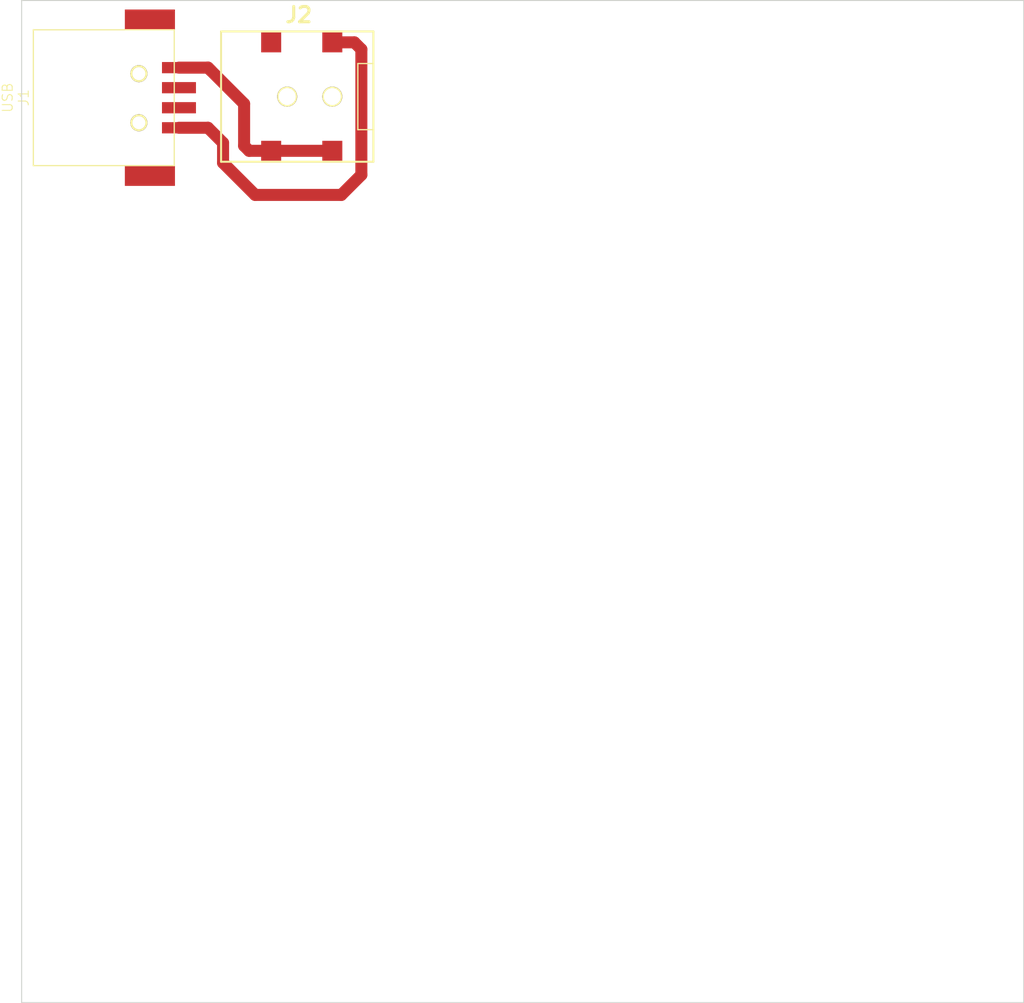
<source format=kicad_pcb>
(kicad_pcb (version 4) (host pcbnew "(2015-08-20 BZR 6109)-product")

  (general
    (links 3)
    (no_connects 0)
    (area 17.670878 17.62732 120.050001 117.850001)
    (thickness 1.6)
    (drawings 4)
    (tracks 16)
    (zones 0)
    (modules 2)
    (nets 3)
  )

  (page A)
  (layers
    (0 F.Cu signal)
    (31 B.Cu signal)
    (32 B.Adhes user)
    (33 F.Adhes user)
    (34 B.Paste user)
    (35 F.Paste user)
    (36 B.SilkS user)
    (37 F.SilkS user)
    (38 B.Mask user)
    (39 F.Mask user)
    (40 Dwgs.User user)
    (41 Cmts.User user)
    (42 Eco1.User user)
    (43 Eco2.User user)
    (44 Edge.Cuts user)
  )

  (setup
    (last_trace_width 1.2)
    (user_trace_width 0.1)
    (user_trace_width 0.2)
    (user_trace_width 0.25)
    (user_trace_width 0.3)
    (user_trace_width 0.35)
    (user_trace_width 0.4)
    (user_trace_width 0.5)
    (user_trace_width 0.6)
    (user_trace_width 0.7)
    (user_trace_width 1)
    (user_trace_width 1.2)
    (user_trace_width 1.4)
    (trace_clearance 0.08)
    (zone_clearance 0.6)
    (zone_45_only no)
    (trace_min 0.1)
    (segment_width 0.2)
    (edge_width 0.1)
    (via_size 0.7)
    (via_drill 0.4)
    (via_min_size 0.7)
    (via_min_drill 0.4)
    (uvia_size 0.4)
    (uvia_drill 0.127)
    (uvias_allowed no)
    (uvia_min_size 0.4)
    (uvia_min_drill 0.127)
    (pcb_text_width 0.3)
    (pcb_text_size 1.5 1.5)
    (mod_edge_width 0.15)
    (mod_text_size 1 1)
    (mod_text_width 0.15)
    (pad_size 0.6 1.35)
    (pad_drill 0)
    (pad_to_mask_clearance 0)
    (pad_to_paste_clearance_ratio -0.1)
    (aux_axis_origin 0 0)
    (visible_elements 7FFFFFFF)
    (pcbplotparams
      (layerselection 0x00030_80000001)
      (usegerberextensions false)
      (excludeedgelayer true)
      (linewidth 0.150000)
      (plotframeref false)
      (viasonmask false)
      (mode 1)
      (useauxorigin false)
      (hpglpennumber 1)
      (hpglpenspeed 20)
      (hpglpendiameter 15)
      (hpglpenoverlay 2)
      (psnegative false)
      (psa4output false)
      (plotreference true)
      (plotvalue true)
      (plotinvisibletext false)
      (padsonsilk false)
      (subtractmaskfromsilk false)
      (outputformat 2)
      (mirror false)
      (drillshape 0)
      (scaleselection 1)
      (outputdirectory ""))
  )

  (net 0 "")
  (net 1 "Net-(J1-Pad4)")
  (net 2 "Net-(J1-Pad1)")

  (net_class Default "This is the default net class."
    (clearance 0.08)
    (trace_width 0.25)
    (via_dia 0.7)
    (via_drill 0.4)
    (uvia_dia 0.4)
    (uvia_drill 0.127)
    (add_net "Net-(J1-Pad1)")
    (add_net "Net-(J1-Pad4)")
  )

  (module ted_connectors:TED_2.1mm_DC_SMD (layer F.Cu) (tedit 0) (tstamp 56CD28A3)
    (at 47.50096 27.3898)
    (path /56CD4F87)
    (fp_text reference J2 (at 0.15748 -8.15848) (layer F.SilkS)
      (effects (font (thickness 0.3048)))
    )
    (fp_text value DC_2.1mm_3pin (at 0.1016 8.49884) (layer F.SilkS) hide
      (effects (font (thickness 0.3048)))
    )
    (fp_line (start 7.6 -3.3) (end 6.05 -3.3) (layer F.SilkS) (width 0.127))
    (fp_line (start 6.05 -3.3) (end 6.05 3.3) (layer F.SilkS) (width 0.127))
    (fp_line (start 6.05 3.3) (end 7.575 3.3) (layer F.SilkS) (width 0.127))
    (fp_line (start -7.59968 -6.5024) (end 7.59968 -6.5024) (layer F.SilkS) (width 0.20066))
    (fp_line (start 7.59968 -6.5024) (end 7.59968 6.5024) (layer F.SilkS) (width 0.20066))
    (fp_line (start 7.59968 6.5024) (end -7.59968 6.5024) (layer F.SilkS) (width 0.20066))
    (fp_line (start -7.59968 6.5024) (end -7.59968 -6.5024) (layer F.SilkS) (width 0.20066))
    (pad "" np_thru_hole circle (at -1.00076 0) (size 1.99898 1.99898) (drill 1.69926) (layers *.Cu *.Mask F.SilkS))
    (pad 1 smd rect (at 3.50012 5.4102) (size 1.99898 1.99898) (layers F.Cu F.Paste F.Mask)
      (net 2 "Net-(J1-Pad1)"))
    (pad 1 smd rect (at -2.60096 5.4102) (size 1.99898 1.99898) (layers F.Cu F.Paste F.Mask)
      (net 2 "Net-(J1-Pad1)"))
    (pad 2 smd rect (at 3.50012 -5.41528) (size 1.99898 1.99898) (layers F.Cu F.Paste F.Mask)
      (net 1 "Net-(J1-Pad4)"))
    (pad 3 smd rect (at -2.60096 -5.41528) (size 1.99898 1.99898) (layers F.Cu F.Paste F.Mask))
    (pad "" np_thru_hole circle (at 3.50012 0) (size 1.99898 1.99898) (drill 1.69926) (layers *.Cu *.Mask F.SilkS))
  )

  (module ted_connectors:TED_USB_A_SMD (layer F.Cu) (tedit 56D28A7C) (tstamp 56D28776)
    (at 28.2 27.5 270)
    (path /56D124C7)
    (fp_text reference J1 (at 0 8 270) (layer F.SilkS)
      (effects (font (size 1.00076 1.00076) (thickness 0.09906)))
    )
    (fp_text value USB (at 0 9.6 270) (layer F.SilkS)
      (effects (font (size 1.00076 1.00076) (thickness 0.09906)))
    )
    (fp_line (start -6.775 -7.03) (end 6.775 -7.03) (layer F.SilkS) (width 0.127))
    (fp_line (start 6.775 -7.03) (end 6.775 7.03) (layer F.SilkS) (width 0.127))
    (fp_line (start 6.775 7.03) (end -6.775 7.03) (layer F.SilkS) (width 0.127))
    (fp_line (start -6.775 -7.03) (end -6.775 7.03) (layer F.SilkS) (width 0.127))
    (pad GP smd rect (at 7.8 -4.6 270) (size 2 5) (layers F.Cu F.Paste F.Mask))
    (pad GP smd rect (at -7.8 -4.6 270) (size 2 5) (layers F.Cu F.Paste F.Mask))
    (pad "" np_thru_hole circle (at 2.5 -3.5 270) (size 1.7 1.7) (drill 1.3) (layers *.Cu *.Mask F.SilkS))
    (pad 4 smd rect (at 3 -7.5 270) (size 1.12 3.39) (layers F.Cu F.Paste F.Mask)
      (net 1 "Net-(J1-Pad4)"))
    (pad 1 smd rect (at -3 -7.5 270) (size 1.12 3.39) (layers F.Cu F.Paste F.Mask)
      (net 2 "Net-(J1-Pad1)"))
    (pad 2 smd rect (at -1 -7.5 270) (size 1.12 3.39) (layers F.Cu F.Paste F.Mask))
    (pad 3 smd rect (at 1 -7.5 270) (size 1.12 3.39) (layers F.Cu F.Paste F.Mask))
    (pad "" np_thru_hole circle (at -2.4 -3.5 270) (size 1.7 1.7) (drill 1.3) (layers *.Cu *.Mask F.SilkS))
  )

  (gr_line (start 120 17.8) (end 20 17.8) (angle 90) (layer Edge.Cuts) (width 0.1) (tstamp 524E6209))
  (gr_line (start 120 117.8) (end 120 17.8) (angle 90) (layer Edge.Cuts) (width 0.1) (tstamp 524E6225))
  (gr_line (start 20 117.8) (end 120 117.8) (angle 90) (layer Edge.Cuts) (width 0.1))
  (gr_line (start 20 17.8) (end 20 117.8) (angle 90) (layer Edge.Cuts) (width 0.1))

  (segment (start 35.7 30.5) (end 38.595 30.5) (width 1.2) (layer F.Cu) (net 1))
  (segment (start 40.1 34) (end 43.3 37.2) (width 1.2) (layer F.Cu) (net 1))
  (segment (start 38.595 30.5) (end 40.1 32.005) (width 1.2) (layer F.Cu) (net 1))
  (segment (start 53.20057 21.97452) (end 51.00108 21.97452) (width 1.2) (layer F.Cu) (net 1))
  (segment (start 40.1 32.005) (end 40.1 34) (width 1.2) (layer F.Cu) (net 1))
  (segment (start 43.3 37.2) (end 51.9 37.2) (width 1.2) (layer F.Cu) (net 1))
  (segment (start 51.9 37.2) (end 53.9 35.2) (width 1.2) (layer F.Cu) (net 1))
  (segment (start 53.9 35.2) (end 53.9 22.67395) (width 1.2) (layer F.Cu) (net 1))
  (segment (start 53.9 22.67395) (end 53.20057 21.97452) (width 1.2) (layer F.Cu) (net 1))
  (segment (start 44.9 32.8) (end 51.00108 32.8) (width 1.2) (layer F.Cu) (net 2))
  (segment (start 38.595 24.5) (end 42.2 28.105) (width 1.2) (layer F.Cu) (net 2))
  (segment (start 42.2 28.105) (end 42.2 32.29949) (width 1.2) (layer F.Cu) (net 2))
  (segment (start 42.2 32.29949) (end 42.70051 32.8) (width 1.2) (layer F.Cu) (net 2))
  (segment (start 42.70051 32.8) (end 44.9 32.8) (width 1.2) (layer F.Cu) (net 2))
  (segment (start 35.7 24.5) (end 38.595 24.5) (width 1.2) (layer F.Cu) (net 2))
  (segment (start 38.595 24.5) (end 38.895 24.8) (width 1.2) (layer F.Cu) (net 2))

)

</source>
